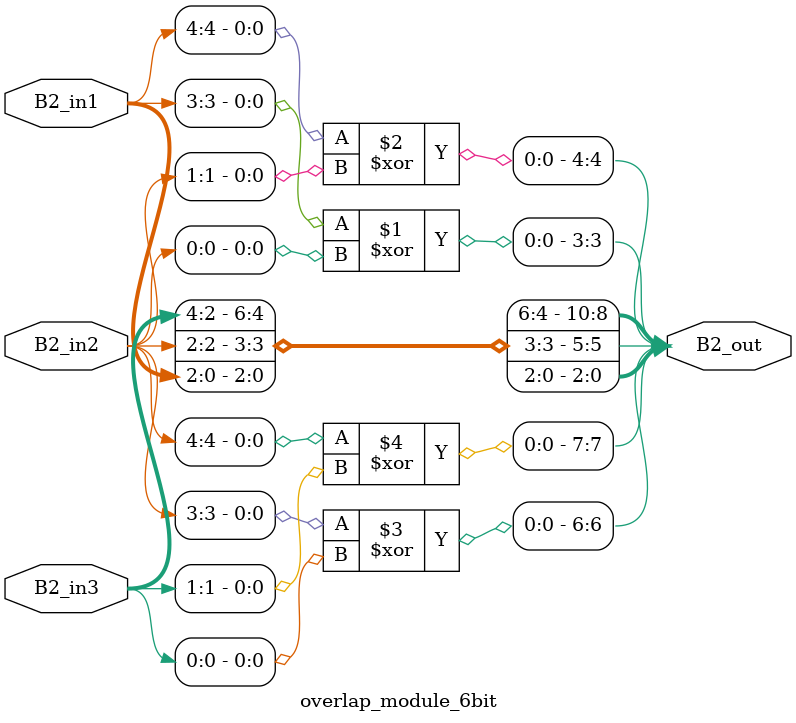
<source format=v>
`timescale 1ns / 1ps


    
module overlap_module_6bit(     
    B2_in1,                
    B2_in2,             
    B2_in3,   
    B2_out 
    );     


parameter n = 6;
    
input [n-2:0] B2_in1;   
input [n-2:0] B2_in2;    
input [n-2:0] B2_in3;    

output [2*n-2:0] B2_out;  
    


assign B2_out[0] = B2_in1[0];

assign B2_out[1] = B2_in1[1];

assign B2_out[2] = B2_in1[2];

assign B2_out[3] = B2_in1[3]^ B2_in2[0];

assign B2_out[4] = B2_in1[4]^ B2_in2[1];

assign B2_out[5] = B2_in2[2];

assign B2_out[6] = B2_in2[3]^B2_in3[0];

assign B2_out[7] = B2_in2[4]^B2_in3[1];

assign B2_out[8] = B2_in3[2];

assign B2_out[9] = B2_in3[3];

assign B2_out[10] = B2_in3[4];

endmodule
</source>
